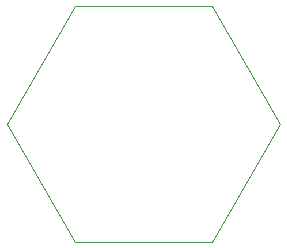
<source format=gbr>
%TF.GenerationSoftware,KiCad,Pcbnew,(5.1.6)-1*%
%TF.CreationDate,2021-11-11T19:19:45-05:00*%
%TF.ProjectId,sevenLEDboard,73657665-6e4c-4454-9462-6f6172642e6b,rev?*%
%TF.SameCoordinates,Original*%
%TF.FileFunction,Profile,NP*%
%FSLAX46Y46*%
G04 Gerber Fmt 4.6, Leading zero omitted, Abs format (unit mm)*
G04 Created by KiCad (PCBNEW (5.1.6)-1) date 2021-11-11 19:19:45*
%MOMM*%
%LPD*%
G01*
G04 APERTURE LIST*
%TA.AperFunction,Profile*%
%ADD10C,0.050000*%
%TD*%
G04 APERTURE END LIST*
D10*
X133883000Y-78740000D02*
X139656000Y-68740000D01*
X139656000Y-88740000D02*
X133883000Y-78740000D01*
X156977000Y-78740000D02*
X151204000Y-88740000D01*
X151204000Y-68740000D02*
X156977000Y-78740000D01*
X151204000Y-88740000D02*
X139656000Y-88740000D01*
X139656000Y-68740000D02*
X151204000Y-68740000D01*
M02*

</source>
